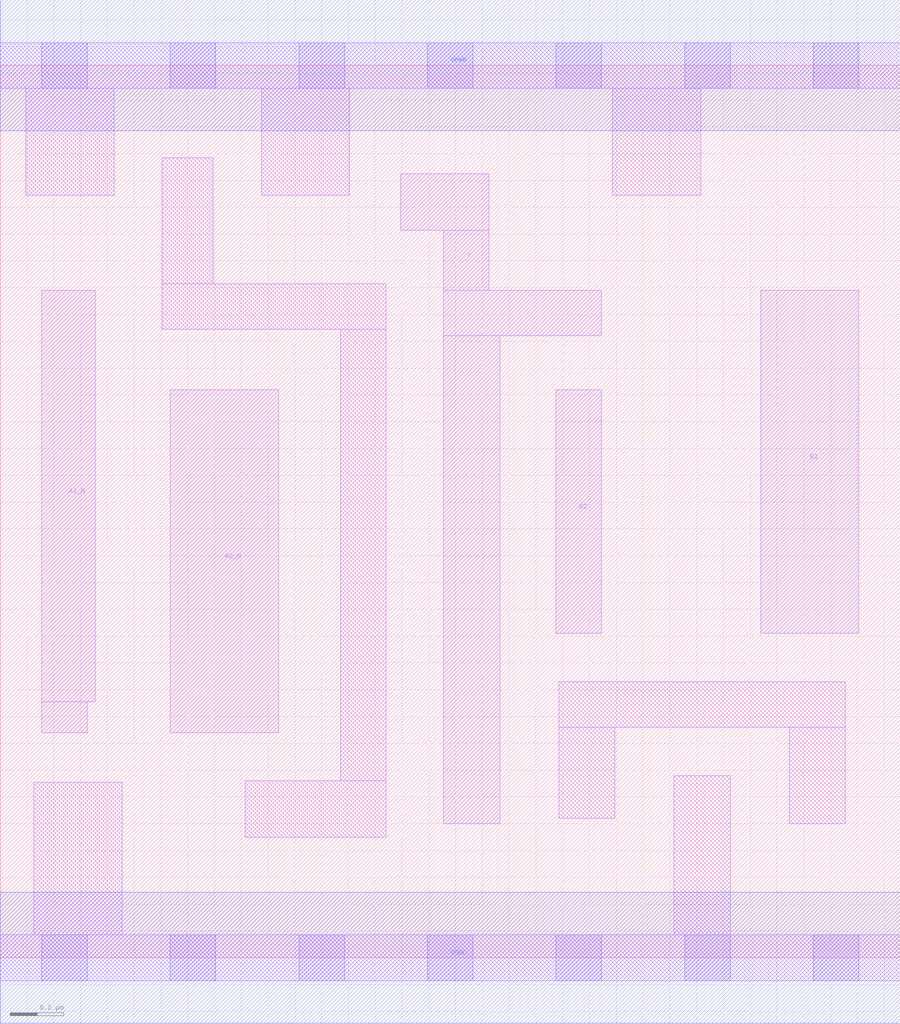
<source format=lef>
# Copyright 2020 The SkyWater PDK Authors
#
# Licensed under the Apache License, Version 2.0 (the "License");
# you may not use this file except in compliance with the License.
# You may obtain a copy of the License at
#
#     https://www.apache.org/licenses/LICENSE-2.0
#
# Unless required by applicable law or agreed to in writing, software
# distributed under the License is distributed on an "AS IS" BASIS,
# WITHOUT WARRANTIES OR CONDITIONS OF ANY KIND, either express or implied.
# See the License for the specific language governing permissions and
# limitations under the License.
#
# SPDX-License-Identifier: Apache-2.0

VERSION 5.7 ;
  NOWIREEXTENSIONATPIN ON ;
  DIVIDERCHAR "/" ;
  BUSBITCHARS "[]" ;
UNITS
  DATABASE MICRONS 200 ;
END UNITS
MACRO sky130_fd_sc_lp__o2bb2ai_m
  CLASS CORE ;
  FOREIGN sky130_fd_sc_lp__o2bb2ai_m ;
  ORIGIN  0.000000  0.000000 ;
  SIZE  3.360000 BY  3.330000 ;
  SYMMETRY X Y R90 ;
  SITE unit ;
  PIN A1_N
    ANTENNAGATEAREA  0.126000 ;
    DIRECTION INPUT ;
    USE SIGNAL ;
    PORT
      LAYER li1 ;
        RECT 0.155000 0.840000 0.325000 0.955000 ;
        RECT 0.155000 0.955000 0.355000 2.490000 ;
    END
  END A1_N
  PIN A2_N
    ANTENNAGATEAREA  0.126000 ;
    DIRECTION INPUT ;
    USE SIGNAL ;
    PORT
      LAYER li1 ;
        RECT 0.635000 0.840000 1.040000 2.120000 ;
    END
  END A2_N
  PIN B1
    ANTENNAGATEAREA  0.126000 ;
    DIRECTION INPUT ;
    USE SIGNAL ;
    PORT
      LAYER li1 ;
        RECT 2.840000 1.210000 3.205000 2.490000 ;
    END
  END B1
  PIN B2
    ANTENNAGATEAREA  0.126000 ;
    DIRECTION INPUT ;
    USE SIGNAL ;
    PORT
      LAYER li1 ;
        RECT 2.075000 1.210000 2.245000 2.120000 ;
    END
  END B2
  PIN Y
    ANTENNADIFFAREA  0.228900 ;
    DIRECTION OUTPUT ;
    USE SIGNAL ;
    PORT
      LAYER li1 ;
        RECT 1.495000 2.715000 1.825000 2.925000 ;
        RECT 1.655000 0.500000 1.865000 2.320000 ;
        RECT 1.655000 2.320000 2.245000 2.490000 ;
        RECT 1.655000 2.490000 1.825000 2.715000 ;
    END
  END Y
  PIN VGND
    DIRECTION INOUT ;
    USE GROUND ;
    PORT
      LAYER met1 ;
        RECT 0.000000 -0.245000 3.360000 0.245000 ;
    END
  END VGND
  PIN VPWR
    DIRECTION INOUT ;
    USE POWER ;
    PORT
      LAYER met1 ;
        RECT 0.000000 3.085000 3.360000 3.575000 ;
    END
  END VPWR
  OBS
    LAYER li1 ;
      RECT 0.000000 -0.085000 3.360000 0.085000 ;
      RECT 0.000000  3.245000 3.360000 3.415000 ;
      RECT 0.095000  2.845000 0.425000 3.245000 ;
      RECT 0.125000  0.085000 0.455000 0.655000 ;
      RECT 0.605000  2.345000 1.440000 2.515000 ;
      RECT 0.605000  2.515000 0.795000 2.985000 ;
      RECT 0.915000  0.450000 1.440000 0.660000 ;
      RECT 0.975000  2.845000 1.305000 3.245000 ;
      RECT 1.270000  0.660000 1.440000 2.345000 ;
      RECT 2.085000  0.520000 2.295000 0.860000 ;
      RECT 2.085000  0.860000 3.155000 1.030000 ;
      RECT 2.285000  2.845000 2.615000 3.245000 ;
      RECT 2.515000  0.085000 2.725000 0.680000 ;
      RECT 2.945000  0.500000 3.155000 0.860000 ;
    LAYER mcon ;
      RECT 0.155000 -0.085000 0.325000 0.085000 ;
      RECT 0.155000  3.245000 0.325000 3.415000 ;
      RECT 0.635000 -0.085000 0.805000 0.085000 ;
      RECT 0.635000  3.245000 0.805000 3.415000 ;
      RECT 1.115000 -0.085000 1.285000 0.085000 ;
      RECT 1.115000  3.245000 1.285000 3.415000 ;
      RECT 1.595000 -0.085000 1.765000 0.085000 ;
      RECT 1.595000  3.245000 1.765000 3.415000 ;
      RECT 2.075000 -0.085000 2.245000 0.085000 ;
      RECT 2.075000  3.245000 2.245000 3.415000 ;
      RECT 2.555000 -0.085000 2.725000 0.085000 ;
      RECT 2.555000  3.245000 2.725000 3.415000 ;
      RECT 3.035000 -0.085000 3.205000 0.085000 ;
      RECT 3.035000  3.245000 3.205000 3.415000 ;
  END
END sky130_fd_sc_lp__o2bb2ai_m
END LIBRARY

</source>
